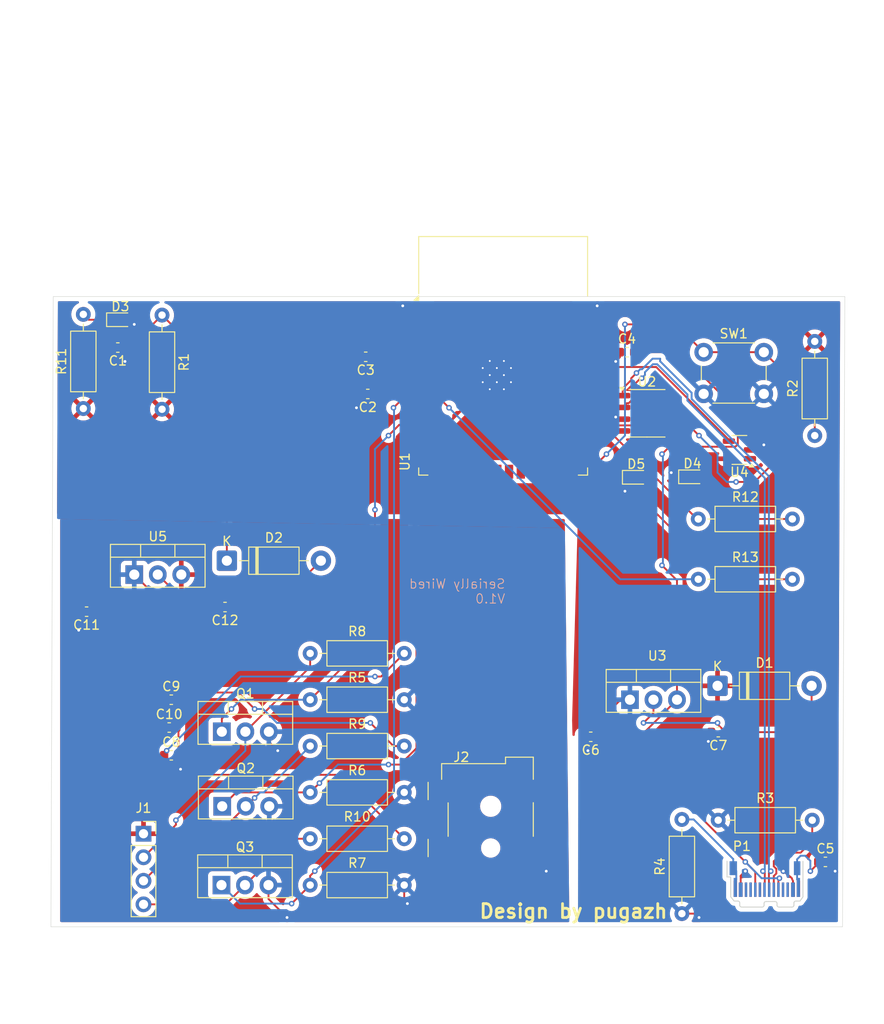
<source format=kicad_pcb>
(kicad_pcb (version 20241229) (generator "pcbnew") (generator_version "9.0")
  (layers (0 "F.Cu" signal) (2 "B.Cu" signal) (13 "F.Paste" user) (15 "B.Paste" user) (5 "F.SilkS" user "F.Silkscreen") (7 "B.SilkS" user "B.Silkscreen") (1 "F.Mask" user) (3 "B.Mask" user) (25 "Edge.Cuts" user))
  (net 0 "")
  (net 1 "EN")
  (net 2 "GND")
  (net 3 "3V")
  (net 4 "VBUS")
  (net 5 "Net-(P1-SHIELD)")
  (net 6 "Net-(D1-A)")
  (net 7 "Net-(C8-Pad1)")
  (net 8 "Net-(C9-Pad1)")
  (net 9 "Net-(C10-Pad1)")
  (net 10 "12V")
  (net 11 "Net-(D2-A)")
  (net 12 "Net-(D3-K)")
  (net 13 "Net-(D4-A)")
  (net 14 "Net-(D5-A)")
  (net 15 "Net-(J1-Pin_3)")
  (net 16 "Net-(J1-Pin_4)")
  (net 17 "Net-(J1-Pin_2)")
  (net 18 "D-")
  (net 19 "Net-(P1-CC)")
  (net 21 "D+")
  (net 22 "Red")
  (net 23 "Green")
  (net 24 "Blue")
  (net 25 "boot")
  (net 26 "Net-(U1-IO18)")
  (net 27 "Net-(U1-IO33)")
  (net 32 "TX")
  (net 42 "RX")
  (net 56 "Net-(U2-TXD)")
  (footprint "Connector_USB:USB_C_Plug_JAE_DX07P024AJ1" (layer "F.Cu") (at 174.1925 130.6525)
    (property "Reference" "P1")
    (property "Value" "USB_C_Plug_USB2.0")
    (fp_line (start -4.3 -1.93) (end -4.3 -0.2275) (stroke (width 0.1)) (layer "Edge.Cuts"))
    (fp_line (start -4.3 -0.2275) (end -3.9 -0.2275) (stroke (width 0.1)) (layer "Edge.Cuts"))
    (fp_line (start -3.9 1.9225) (end -3.9 -0.2275) (stroke (width 0.1)) (layer "Edge.Cuts"))
    (fp_line (start -3.53 2.3725) (end -3.9 1.9225) (stroke (width 0.1)) (layer "Edge.Cuts"))
    (fp_line (start -3.125 2.3725) (end -3.53 2.3725) (stroke (width 0.1)) (layer "Edge.Cuts"))
    (fp_line (start -2.925 2.8225) (end -2.925 2.5725) (stroke (width 0.1)) (layer "Edge.Cuts"))
    (fp_line (start -0.5 3.0225) (end -2.725 3.0225) (stroke (width 0.1)) (layer "Edge.Cuts"))
    (fp_line (start -0.3 2.6225) (end -0.3 2.8225) (stroke (width 0.1)) (layer "Edge.Cuts"))
    (fp_line (start -0.1 2.4225) (end 0.9 2.4225) (stroke (width 0.1)) (layer "Edge.Cuts"))
    (fp_line (start 1.1 2.8225) (end 1.1 2.6225) (stroke (width 0.1)) (layer "Edge.Cuts"))
    (fp_line (start 1.3 3.0225) (end 2.725 3.0225) (stroke (width 0.1)) (layer "Edge.Cuts"))
    (fp_line (start 2.925 2.8225) (end 2.925 2.5725) (stroke (width 0.1)) (layer "Edge.Cuts"))
    (fp_line (start 3.125 2.3725) (end 3.575 2.3725) (stroke (width 0.1)) (layer "Edge.Cuts"))
    (fp_line (start 3.575 2.3725) (end 3.9 1.9225) (stroke (width 0.1)) (layer "Edge.Cuts"))
    (fp_line (start 3.9 1.9225) (end 3.9 -1.9175) (stroke (width 0.1)) (layer "Edge.Cuts"))
    (fp_arc (start -3.125 2.3725) (mid -2.983579 2.431079) (end -2.925 2.5725) (stroke (width 0.1)) (layer "Edge.Cuts"))
    (fp_arc (start -2.725 3.0225) (mid -2.866421 2.963921) (end -2.925 2.8225) (stroke (width 0.1)) (layer "Edge.Cuts"))
    (fp_arc (start -0.3 2.6225) (mid -0.241421 2.481079) (end -0.1 2.4225) (stroke (width 0.1)) (layer "Edge.Cuts"))
    (fp_arc (start -0.3 2.8225) (mid -0.358579 2.963921) (end -0.5 3.0225) (stroke (width 0.1)) (layer "Edge.Cuts"))
    (fp_arc (start 0.9 2.4225) (mid 1.041421 2.481079) (end 1.1 2.6225) (stroke (width 0.1)) (layer "Edge.Cuts"))
    (fp_arc (start 1.3 3.0225) (mid 1.158579 2.963921) (end 1.1 2.8225) (stroke (width 0.1)) (layer "Edge.Cuts"))
    (fp_arc (start 2.925 2.5725) (mid 2.983579 2.431079) (end 3.125 2.3725) (stroke (width 0.1)) (layer "Edge.Cuts"))
    (fp_arc (start 2.925 2.8225) (mid 2.866421 2.963921) (end 2.725 3.0225) (stroke (width 0.1)) (layer "Edge.Cuts"))
  )
  (footprint "Capacitor_SMD:C_0603_1608Metric" (layer "F.Cu") (at 159.0925 73.8)
    (property "Reference" "C4")
    (property "Value" "100nf")
  )
  (footprint "Capacitor_SMD:C_0603_1608Metric" (layer "F.Cu") (at 100.7225 101.8 180)
    (property "Reference" "C11")
    (property "Value" "100nf")
  )
  (footprint "Resistor_THT:R_Axial_DIN0207_L6.3mm_D2.5mm_P10.16mm_Horizontal" (layer "F.Cu") (at 108.8675 69.8 -90)
    (property "Reference" "R1")
    (property "Value" "10k")
  )
  (footprint "Resistor_THT:R_Axial_DIN0207_L6.3mm_D2.5mm_P10.16mm_Horizontal" (layer "F.Cu") (at 124.8675 126.3)
    (property "Reference" "R10")
    (property "Value" "10k")
  )
  (footprint "Resistor_THT:R_Axial_DIN0207_L6.3mm_D2.5mm_P10.16mm_Horizontal" (layer "F.Cu") (at 166.7875 98.3)
    (property "Reference" "R13")
    (property "Value" "220")
  )
  (footprint "Resistor_THT:R_Axial_DIN0207_L6.3mm_D2.5mm_P10.16mm_Horizontal" (layer "F.Cu") (at 179.3675 82.8 90)
    (property "Reference" "R2")
    (property "Value" "10k")
  )
  (footprint "Resistor_THT:R_Axial_DIN0207_L6.3mm_D2.5mm_P10.16mm_Horizontal" (layer "F.Cu") (at 165.0175 134.38 90)
    (property "Reference" "R4")
    (property "Value" "1M")
  )
  (footprint "Capacitor_SMD:C_0603_1608Metric" (layer "F.Cu") (at 109.8675 111.3)
    (property "Reference" "C9")
    (property "Value" "100nf")
  )
  (footprint "Connector_PinSocket_2.54mm:PinSocket_1x04_P2.54mm_Vertical" (layer "F.Cu") (at 106.8675 125.76)
    (property "Reference" "J1")
    (property "Value" "Conn_01x04_Socket")
  )
  (footprint "Capacitor_SMD:C_0603_1608Metric" (layer "F.Cu") (at 131.0925 78.31 180)
    (property "Reference" "C2")
    (property "Value" "0.1uf")
  )
  (footprint "Resistor_THT:R_Axial_DIN0207_L6.3mm_D2.5mm_P10.16mm_Horizontal" (layer "F.Cu") (at 166.7875 91.8)
    (property "Reference" "R12")
    (property "Value" "220")
  )
  (footprint "Capacitor_SMD:C_0603_1608Metric" (layer "F.Cu") (at 168.9475 114.8 180)
    (property "Reference" "C7")
    (property "Value" "10uf")
  )
  (footprint "Button_Switch_THT:SW_PUSH_6mm_H5mm" (layer "F.Cu") (at 167.3675 73.8)
    (property "Reference" "SW1")
    (property "Value" "SW_Push")
  )
  (footprint "Resistor_THT:R_Axial_DIN0207_L6.3mm_D2.5mm_P10.16mm_Horizontal" (layer "F.Cu") (at 100.3675 79.88 90)
    (property "Reference" "R11")
    (property "Value" "220")
  )
  (footprint "Package_TO_SOT_THT:TO-220-3_Vertical" (layer "F.Cu") (at 159.4075 111.3)
    (property "Reference" "U3")
    (property "Value" "LD1117V33")
  )
  (footprint "Capacitor_SMD:C_0603_1608Metric" (layer "F.Cu") (at 109.8675 117.3)
    (property "Reference" "C8")
    (property "Value" "100nf")
  )
  (footprint "Resistor_THT:R_Axial_DIN0207_L6.3mm_D2.5mm_P10.16mm_Horizontal" (layer "F.Cu") (at 168.9375 124.3)
    (property "Reference" "R3")
    (property "Value" "5.1k")
  )
  (footprint "Capacitor_SMD:C_0603_1608Metric" (layer "F.Cu") (at 115.6725 101.3 180)
    (property "Reference" "C12")
    (property "Value" "10uf")
  )
  (footprint "Capacitor_SMD:C_0603_1608Metric" (layer "F.Cu") (at 104.0925 73.3 180)
    (property "Reference" "C1")
    (property "Value" "1uf")
  )
  (footprint "Capacitor_SMD:C_0603_1608Metric" (layer "F.Cu") (at 155.1725 115.3 180)
    (property "Reference" "C6")
    (property "Value" "100nf")
  )
  (footprint "Resistor_THT:R_Axial_DIN0207_L6.3mm_D2.5mm_P10.16mm_Horizontal" (layer "F.Cu") (at 124.8675 106.3)
    (property "Reference" "R8")
    (property "Value" "10k")
  )
  (footprint "Capacitor_SMD:C_0603_1608Metric" (layer "F.Cu") (at 109.6425 114.3)
    (property "Reference" "C10")
    (property "Value" "100nf")
  )
  (footprint "Connector_BarrelJack:BarrelJack_Wuerth_694108106102_2.5x5.5mm" (layer "F.Cu") (at 144.3675 124.225)
    (property "Reference" "J2")
    (property "Value" "Barrel_Jack")
  )
  (footprint "Diode_THT:D_DO-41_SOD81_P10.16mm_Horizontal" (layer "F.Cu") (at 115.8675 96.3)
    (property "Reference" "D2")
    (property "Value" "D_Schottky")
  )
  (footprint "LED_SMD:LED_0603_1608Metric" (layer "F.Cu") (at 104.3675 70.3)
    (property "Reference" "D3")
    (property "Value" "Green")
  )
  (footprint "Package_TO_SOT_THT:TO-220-3_Vertical" (layer "F.Cu") (at 115.3675 122.8)
    (property "Reference" "Q2")
    (property "Value" "IRLZ44N")
  )
  (footprint "Package_TO_SOT_THT:TO-220-3_Vertical" (layer "F.Cu") (at 115.3275 114.75)
    (property "Reference" "Q1")
    (property "Value" "IRLZ44N")
  )
  (footprint "Resistor_THT:R_Axial_DIN0207_L6.3mm_D2.5mm_P10.16mm_Horizontal" (layer "F.Cu") (at 124.8675 111.3)
    (property "Reference" "R5")
    (property "Value" "220")
  )
  (footprint "RF_Module:ESP32-WROOM-32" (layer "F.Cu") (at 145.71 77.185)
    (property "Reference" "U1")
    (property "Value" "ESP32-WROOM-32")
  )
  (footprint "Diode_THT:D_DO-41_SOD81_P10.16mm_Horizontal" (layer "F.Cu") (at 168.8675 109.8)
    (property "Reference" "D1")
    (property "Value" "D_Schottky")
  )
  (footprint "LED_SMD:LED_0603_1608Metric" (layer "F.Cu") (at 166.155 87.25)
    (property "Reference" "D4")
    (property "Value" "Blue")
  )
  (footprint "Capacitor_SMD:C_0603_1608Metric" (layer "F.Cu") (at 130.8675 74.3 180)
    (property "Reference" "C3")
    (property "Value" "0.1uf")
  )
  (footprint "Package_TO_SOT_THT:TO-220-3_Vertical" (layer "F.Cu") (at 105.8675 97.8)
    (property "Reference" "U5")
    (property "Value" "LD1117V33")
  )
  (footprint "Resistor_THT:R_Axial_DIN0207_L6.3mm_D2.5mm_P10.16mm_Horizontal" (layer "F.Cu") (at 124.8675 116.3)
    (property "Reference" "R9")
    (property "Value" "10k")
  )
  (footprint "Package_SO:SOP-8_3.9x4.9mm_P1.27mm" (layer "F.Cu") (at 161.2425 80.395)
    (property "Reference" "U2")
    (property "Value" "CH340N")
  )
  (footprint "Resistor_THT:R_Axial_DIN0207_L6.3mm_D2.5mm_P10.16mm_Horizontal" (layer "F.Cu") (at 124.8675 131.3)
    (property "Reference" "R7")
    (property "Value" "220")
  )
  (footprint "LED_SMD:LED_0603_1608Metric" (layer "F.Cu") (at 160.08 87.3)
    (property "Reference" "D5")
    (property "Value" "white")
  )
  (footprint "Capacitor_SMD:C_0603_1608Metric" (layer "F.Cu") (at 180.5175 128.8)
    (property "Reference" "C5")
    (property "Value" "100nf")
  )
  (footprint "Package_TO_SOT_SMD:SOT-23-5" (layer "F.Cu") (at 171.23 84.35 180)
    (property "Reference" "U4")
    (property "Value" "SN74LV1T34DBV")
  )
  (footprint "Package_TO_SOT_THT:TO-220-3_Vertical" (layer "F.Cu") (at 115.2875 131.3)
    (property "Reference" "Q3")
    (property "Value" "IRLZ44N")
  )
  (footprint "Resistor_THT:R_Axial_DIN0207_L6.3mm_D2.5mm_P10.16mm_Horizontal" (layer "F.Cu") (at 124.8675 121.3)
    (property "Reference" "R6")
    (property "Value" "220")
  )
  (gr_line (start 182.6175 67.8) (end 97.1175 67.8) (stroke (width 0.05)) (layer "Edge.Cuts"))
  (gr_line (start 97.1175 67.8) (end 96.8675 135.8) (stroke (width 0.05)) (layer "Edge.Cuts"))
  (gr_line (start 96.8675 135.8) (end 182.3675 135.8) (stroke (width 0.05)) (layer "Edge.Cuts"))
  (gr_line (start 182.3675 135.8) (end 182.6175 67.8) (stroke (width 0.05)) (layer "Edge.Cuts"))
  (gr_text "Design by pugazh" (at 143 135 0) (layer "F.SilkS") (effects (font (size 1.5 1.5) (thickness 0.3) (bold yes)) (justify left bottom)))
  (gr_text "Serially Wired\nV1.0\n" (at 146 101 0) (layer "B.SilkS") (effects (font (size 1 1) (thickness 0.1)) (justify left bottom mirror)))
  (segment (start 104.8175 71.8) (end 103.3175 73.3) (width 0.2) (layer "F.Cu") (net 1))
  (segment (start 108.8675 69.8) (end 106.8675 71.8) (width 0.2) (layer "F.Cu") (net 1))
  (segment (start 136.96 71.475) (end 110.5425 71.475) (width 0.2) (layer "F.Cu") (net 1))
  (segment (start 110.5425 71.475) (end 108.8675 69.8) (width 0.2) (layer "F.Cu") (net 1))
  (segment (start 106.8675 71.8) (end 104.8175 71.8) (width 0.2) (layer "F.Cu") (net 1))
  (segment (start 165.0175 134.38) (end 166.4475 134.38) (width 0.2) (layer "F.Cu") (net 2))
  (segment (start 149.8675 129.3) (end 150.3675 129.8) (width 0.2) (layer "F.Cu") (net 2))
  (segment (start 181.2925 128.8) (end 181.2925 129.326) (width 0.2) (layer "F.Cu") (net 2))
  (segment (start 149.8675 127.3) (end 149.8675 129.3) (width 0.2) (layer "F.Cu") (net 2))
  (segment (start 158.3975 111.3) (end 154.3975 115.3) (width 0.2) (layer "F.Cu") (net 2))
  (segment (start 173.8675 78.3) (end 172.3675 79.8) (width 0.2) (layer "F.Cu") (net 2))
  (segment (start 159.4075 111.3) (end 158.3975 111.3) (width 0.2) (layer "F.Cu") (net 2))
  (segment (start 130.3175 78.31) (end 130.3175 79.35) (width 0.2) (layer "F.Cu") (net 2))
  (segment (start 135.0025 68.935) (end 134.8675 68.8) (width 0.2) (layer "F.Cu") (net 2))
  (segment (start 105.3675 70.3) (end 105.8675 70.8) (width 0.2) (layer "F.Cu") (net 2))
  (segment (start 135.0275 132.96) (end 135.3675 133.3) (width 0.2) (layer "F.Cu") (net 2))
  (segment (start 155.7325 68.935) (end 155.8675 68.8) (width 0.2) (layer "F.Cu") (net 2))
  (segment (start 159.2925 87.3) (end 159.2925 88.375) (width 0.2) (layer "F.Cu") (net 2))
  (segment (start 110.6425 117.3) (end 110.6425 118.575) (width 0.2) (layer "F.Cu") (net 2))
  (segment (start 130.0925 74.3) (end 130.0925 78.085) (width 0.2) (layer "F.Cu") (net 2))
  (segment (start 164.3175 87.25) (end 163.8675 86.8) (width 0.2) (layer "F.Cu") (net 2))
  (segment (start 135.0275 131.3) (end 135.0275 132.96) (width 0.2) (layer "F.Cu") (net 2))
  (segment (start 172.3675 83.4) (end 173.4675 83.4) (width 0.2) (layer "F.Cu") (net 2))
  (segment (start 99.9475 101.8) (end 99.9475 103.72) (width 0.2) (layer "F.Cu") (net 2))
  (segment (start 105.155 70.3) (end 105.3675 70.3) (width 0.2) (layer "F.Cu") (net 2))
  (segment (start 165.3675 87.25) (end 164.3175 87.25) (width 0.2) (layer "F.Cu") (net 2))
  (segment (start 166.4475 134.38) (end 166.8675 134.8) (width 0.2) (layer "F.Cu") (net 2))
  (segment (start 158.3175 73.8) (end 158.3175 74.35) (width 0.2) (layer "F.Cu") (net 2))
  (segment (start 158.3175 74.35) (end 157.8675 74.8) (width 0.2) (layer "F.Cu") (net 2))
  (segment (start 105.8675 97.8) (end 109.3675 101.3) (width 0.2) (layer "F.Cu") (net 2))
  (segment (start 171.3675 130.3) (end 171.8675 129.8) (width 0.2) (layer "F.Cu") (net 2))
  (segment (start 110.6425 118.575) (end 110.8675 118.8) (width 0.2) (layer "F.Cu") (net 2))
  (segment (start 181.2925 129.525) (end 181.5675 129.8) (width 0.2) (layer "F.Cu") (net 2))
  (segment (start 105.8675 97.8) (end 103.9475 97.8) (width 0.2) (layer "F.Cu") (net 2))
  (segment (start 175.970062 129.8) (end 176.8675 130.524998) (width 0.2) (layer "F.Cu") (net 2))
  (segment (start 154.3975 115.3) (end 154.3975 116.33) (width 0.2) (layer "F.Cu") (net 2))
  (segment (start 120.3675 131.3) (end 120.3675 132.8) (width 0.2) (layer "F.Cu") (net 2))
  (segment (start 104.8675 73.3) (end 104.8675 74.8) (width 0.2) (layer "F.Cu") (net 2))
  (segment (start 158.0975 81.03) (end 157.8675 80.8) (width 0.2) (layer "F.Cu") (net 2))
  (segment (start 168.1725 114.8) (end 168.1725 115.495) (width 0.2) (layer "F.Cu") (net 2))
  (segment (start 103.9475 97.8) (end 99.9475 101.8) (width 0.2) (layer "F.Cu") (net 2))
  (segment (start 136.96 68.935) (end 135.0025 68.935) (width 0.2) (layer "F.Cu") (net 2))
  (segment (start 177.0175 130.868) (end 177.0175 131.8) (width 0.2) (layer "F.Cu") (net 2))
  (segment (start 181.2925 128.8) (end 181.2925 129.525) (width 0.2) (layer "F.Cu") (net 2))
  (segment (start 171.3675 131.8) (end 171.3675 130.3) (width 0.2) (layer "F.Cu") (net 2))
  (segment (start 173.4675 83.4) (end 173.8675 83.8) (width 0.2) (layer "F.Cu") (net 2))
  (segment (start 168.1725 115.495) (end 167.8675 115.8) (width 0.2) (layer "F.Cu") (net 2))
  (segment (start 140 81.305) (end 143.505 77.8) (width 0.2) (layer "F.Cu") (net 2))
  (segment (start 120.4075 115.84) (end 121.3675 116.8) (width 0.2) (layer "F.Cu") (net 2))
  (segment (start 110.6425 111.3) (end 110.6425 117.3) (width 0.2) (layer "F.Cu") (net 2))
  (segment (start 158.6175 81.03) (end 158.0975 81.03) (width 0.2) (layer "F.Cu") (net 2))
  (segment (start 159.2925 88.375) (end 158.8675 88.8) (width 0.2) (layer "F.Cu") (net 2))
  (segment (start 140 86.695) (end 140 81.305) (width 0.2) (layer "F.Cu") (net 2))
  (segment (start 130.3175 79.35) (end 129.8675 79.8) (width 0.2) (layer "F.Cu") (net 2))
  (segment (start 154.3975 116.33) (end 154.8675 116.8) (width 0.2) (layer "F.Cu") (net 2))
  (segment (start 172.3675 79.8) (end 172.3675 83.4) (width 0.2) (layer "F.Cu") (net 2))
  (segment (start 154.46 68.935) (end 155.7325 68.935) (width 0.2) (layer "F.Cu") (net 2))
  (segment (start 130.0925 78.085) (end 130.3175 78.31) (width 0.2) (layer "F.Cu") (net 2))
  (segment (start 99.9475 103.72) (end 99.8675 103.8) (width 0.2) (layer "F.Cu") (net 2))
  (segment (start 109.3675 101.3) (end 114.8975 101.3) (width 0.2) (layer "F.Cu") (net 2))
  (segment (start 181.2925 129.326) (end 181.7665 129.8) (width 0.2) (layer "F.Cu") (net 2))
  (segment (start 176.8675 130.524998) (end 177.0175 130.868) (width 0.2) (layer "F.Cu") (net 2))
  (segment (start 120.4075 114.75) (end 120.4075 115.84) (width 0.2) (layer "F.Cu") (net 2))
  (segment (start 120.3675 132.8) (end 122.3675 134.8) (width 0.2) (layer "F.Cu") (net 2))
  (via (at 158.8675 88.8) (size 0.6) (drill 0.3) (layers "F.Cu" "B.Cu") (net 2))
  (via (at 166.8675 134.8) (size 0.6) (drill 0.3) (layers "F.Cu" "B.Cu") (net 2))
  (via (at 134.8675 68.8) (size 0.6) (drill 0.3) (layers "F.Cu" "B.Cu") (net 2))
  (via (at 150.3675 129.8) (size 0.6) (drill 0.3) (layers "F.Cu" "B.Cu") (net 2))
  (via (at 171.8675 129.8) (size 0.6) (drill 0.3) (layers "F.Cu" "B.Cu") (net 2))
  (via (at 135.3675 133.3) (size 0.6) (drill 0.3) (layers "F.Cu" "B.Cu") (net 2))
  (via (at 157.8675 80.8) (size 0.6) (drill 0.3) (layers "F.Cu" "B.Cu") (net 2))
  (via (at 157.8675 74.8) (size 0.6) (drill 0.3) (layers "F.Cu" "B.Cu") (net 2))
  (via (at 175.970062 129.8) (size 0.6) (drill 0.3) (layers "F.Cu" "B.Cu") (net 2))
  (via (at 167.8675 115.8) (size 0.6) (drill 0.3) (layers "F.Cu" "B.Cu") (net 2))
  (via (at 155.8675 68.8) (size 0.6) (drill 0.3) (layers "F.Cu" "B.Cu") (net 2))
  (via (at 163.8675 86.8) (size 0.6) (drill 0.3) (layers "F.Cu" "B.Cu") (net 2))
  (via (at 173.8675 83.8) (size 0.6) (drill 0.3) (layers "F.Cu" "B.Cu") (net 2))
  (via (at 110.8675 118.8) (size 0.6) (drill 0.3) (layers "F.Cu" "B.Cu") (net 2))
  (via (at 181.5675 129.8) (size 0.6) (drill 0.3) (layers "F.Cu" "B.Cu") (net 2))
  (via (at 154.8675 116.8) (size 0.6) (drill 0.3) (layers "F.Cu" "B.Cu") (net 2))
  (via (at 105.8675 70.8) (size 0.6) (drill 0.3) (layers "F.Cu" "B.Cu") (net 2))
  (via (at 99.8675 103.8) (size 0.6) (drill 0.3) (layers "F.Cu" "B.Cu") (net 2))
  (via (at 122.3675 134.8) (size 0.6) (drill 0.3) (layers "F.Cu" "B.Cu") (net 2))
  (via (at 129.8675 79.8) (size 0.6) (drill 0.3) (layers "F.Cu" "B.Cu") (net 2))
  (via (at 104.8675 74.8) (size 0.6) (drill 0.3) (layers "F.Cu" "B.Cu") (net 2))
  (via (at 121.3675 116.8) (size 0.6) (drill 0.3) (layers "F.Cu" "B.Cu") (net 2))
  (segment (start 115.8675 86.96) (end 108.8675 79.96) (width 0.2) (layer "F.Cu") (net 3))
  (segment (start 115.8675 96.3) (end 115.8675 86.96) (width 0.2) (layer "F.Cu") (net 3))
  (segment (start 163.8675 82.3) (end 165.5685 84.001) (width 0.2) (layer "F.Cu") (net 4))
  (segment (start 160.4875 117.42) (end 160.4875 115.3) (width 0.2) (layer "F.Cu") (net 4))
  (segment (start 160.4875 115.3) (end 164.4875 111.3) (width 0.2) (layer "F.Cu") (net 4))
  (segment (start 172.9425 131.8) (end 172.9425 129.875) (width 0.2) (layer "F.Cu") (net 4))
  (segment (start 164.4875 98.42) (end 164.4875 111.3) (width 0.2) (layer "F.Cu") (net 4))
  (segment (start 172.9425 129.875) (end 171.8675 128.8) (width 0.2) (layer "F.Cu") (net 4))
  (segment (start 165.5685 84.001) (end 170.795968 84.001) (width 0.2) (layer "F.Cu") (net 4))
  (segment (start 163.8675 82.3) (end 163.8675 83.8) (width 0.2) (layer "F.Cu") (net 4))
  (segment (start 171.8675 128.8) (end 160.4875 117.42) (width 0.2) (layer "F.Cu") (net 4))
  (segment (start 171.056 80.148608) (end 164.707392 73.8) (width 0.2) (layer "F.Cu") (net 4))
  (segment (start 175.4425 130.673472) (end 175.552802 130.56317) (width 0.2) (layer "F.Cu") (net 4))
  (segment (start 170.795968 84.001) (end 171.056 83.740968) (width 0.2) (layer "F.Cu") (net 4))
  (segment (start 163.8675 83.8) (end 162.8675 84.8) (width 0.2) (layer "F.Cu") (net 4))
  (segment (start 171.056 83.740968) (end 171.056 80.148608) (width 0.2) (layer "F.Cu") (net 4))
  (segment (start 155.9475 115.3) (end 160.4875 115.3) (width 0.2) (layer "F.Cu") (net 4))
  (segment (start 162.8675 96.8) (end 164.4875 98.42) (width 0.2) (layer "F.Cu") (net 4))
  (segment (start 164.707392 73.8) (end 159.8675 73.8) (width 0.2) (layer "F.Cu") (net 4))
  (segment (start 175.4425 131.8) (end 175.4425 130.673472) (width 0.2) (layer "F.Cu") (net 4))
  (via (at 162.8675 84.8) (size 0.6) (drill 0.3) (layers "F.Cu" "B.Cu") (net 4))
  (via (at 175.552802 130.56317) (size 0.6) (drill 0.3) (layers "F.Cu" "B.Cu") (net 4))
  (via (at 162.8675 96.8) (size 0.6) (drill 0.3) (layers "F.Cu" "B.Cu") (net 4))
  (via (at 171.8675 128.8) (size 0.6) (drill 0.3) (layers "F.Cu" "B.Cu") (net 4))
  (segment (start 175.552802 130.56317) (end 173.63067 130.56317) (width 0.2) (layer "B.Cu") (net 4))
  (segment (start 162.9665 96.701) (end 162.8675 96.8) (width 0.2) (layer "B.Cu") (net 4))
  (segment (start 173.63067 130.56317) (end 171.8675 128.8) (width 0.2) (layer "B.Cu") (net 4))
  (segment (start 162.9665 84.899) (end 162.9665 96.701) (width 0.2) (layer "B.Cu") (net 4))
  (segment (start 162.8675 84.8) (end 162.9665 84.899) (width 0.2) (layer "B.Cu") (net 4))
  (segment (start 179.7425 128.8) (end 179.7425 128.95) (width 0.2) (layer "F.Cu") (net 5))
  (segment (start 179.7425 128.95) (end 178.8925 129.8) (width 0.2) (layer "F.Cu") (net 5))
  (via (at 178.8925 129.8) (size 0.6) (drill 0.3) (layers "F.Cu" "B.Cu") (net 5))
  (segment (start 178.8925 129.8) (end 178.8925 128.685058) (width 0.2) (layer "B.Cu") (net 5))
  (segment (start 166.2875 124.22) (end 165.0175 124.22) (width 0.2) (layer "B.Cu") (net 5))
  (segment (start 170.5675 128.5) (end 166.2875 124.22) (width 0.2) (layer "B.Cu") (net 5))
  (segment (start 170.5675 129.48) (end 170.8935 129.806) (width 0.2) (layer "B.Cu") (net 5))
  (segment (start 178.8925 128.685058) (end 178.341442 128.134) (width 0.2) (layer "B.Cu") (net 5))
  (segment (start 170.8935 129.806) (end 170.8935 130.724) (width 0.2) (layer "B.Cu") (net 5))
  (segment (start 177.4625 129.48) (end 177.4625 130.695) (width 0.2) (layer "B.Cu") (net 5))
  (segment (start 177.4625 130.695) (end 177.4915 130.724) (width 0.2) (layer "B.Cu") (net 5))
  (segment (start 170.5675 129.48) (end 170.5675 128.5) (width 0.2) (layer "B.Cu") (net 5))
  (segment (start 178.341442 128.134) (end 177.843558 128.134) (width 0.2) (layer "B.Cu") (net 5))
  (segment (start 177.843558 128.134) (end 177.4625 128.515058) (width 0.2) (layer "B.Cu") (net 5))
  (segment (start 177.4625 128.515058) (end 177.4625 129.48) (width 0.2) (layer "B.Cu") (net 5))
  (segment (start 175.8675 114.8) (end 169.7225 114.8) (width 0.2) (layer "F.Cu") (net 6))
  (segment (start 161.9475 111.3) (end 161.9475 112.72) (width 0.2) (layer "F.Cu") (net 6))
  (segment (start 179.0275 109.8) (end 179.0275 111.64) (width 0.2) (layer "F.Cu") (net 6))
  (segment (start 168.8675 113.945) (end 169.7225 114.8) (width 0.2) (layer "F.Cu") (net 6))
  (segment (start 179.0275 111.64) (end 175.8675 114.8) (width 0.2) (layer "F.Cu") (net 6))
  (segment (start 161.9475 112.72) (end 160.8675 113.8) (width 0.2) (layer "F.Cu") (net 6))
  (segment (start 168.8675 113.8) (end 168.8675 113.945) (width 0.2) (layer "F.Cu") (net 6))
  (via (at 168.8675 113.8) (size 0.6) (drill 0.3) (layers "F.Cu" "B.Cu") (net 6))
  (via (at 160.8675 113.8) (size 0.6) (drill 0.3) (layers "F.Cu" "B.Cu") (net 6))
  (segment (start 160.8675 113.8) (end 168.8675 113.8) (width 0.2) (layer "B.Cu") (net 6))
  (segment (start 132.5275 108.8) (end 135.0275 106.3) (width 0.2) (layer "F.Cu") (net 7))
  (segment (start 131.8675 108.8) (end 132.5275 108.8) (width 0.2) (layer "F.Cu") (net 7))
  (segment (start 109.0925 117.3) (end 109.0925 117.075) (width 0.2) (layer "F.Cu") (net 7))
  (segment (start 109.0925 117.075) (end 109.3675 116.8) (width 0.2) (layer "F.Cu") (net 7))
  (via (at 131.8675 108.8) (size 0.6) (drill 0.3) (layers "F.Cu" "B.Cu") (net 7))
  (via (at 109.3675 116.8) (size 0.6) (drill 0.3) (layers "F.Cu" "B.Cu") (net 7))
  (segment (start 109.3675 116.8) (end 117.3675 108.8) (width 0.2) (layer "B.Cu") (net 7))
  (segment (start 117.3675 108.8) (end 131.8675 108.8) (width 0.2) (layer "B.Cu") (net 7))
  (segment (start 109.0925 111.3) (end 109.8685 110.524) (width 0.2) (layer "F.Cu") (net 8))
  (segment (start 109.8685 110.524) (end 117.0915 110.524) (width 0.2) (layer "F.Cu") (net 8))
  (segment (start 133.8675 116.3) (end 135.0275 116.3) (width 0.2) (layer "F.Cu") (net 8))
  (segment (start 117.0915 110.524) (end 118.8675 112.3) (width 0.2) (layer "F.Cu") (net 8))
  (segment (start 131.3675 113.8) (end 133.8675 116.3) (width 0.2) (layer "F.Cu") (net 8))
  (via (at 131.3675 113.8) (size 0.6) (drill 0.3) (layers "F.Cu" "B.Cu") (net 8))
  (via (at 118.8675 112.3) (size 0.6) (drill 0.3) (layers "F.Cu" "B.Cu") (net 8))
  (segment (start 118.8675 112.3) (end 119.777717 112.3) (width 0.2) (layer "B.Cu") (net 8))
  (segment (start 121.277717 113.8) (end 131.3675 113.8) (width 0.2) (layer "B.Cu") (net 8))
  (segment (start 119.777717 112.3) (end 121.277717 113.8) (width 0.2) (layer "B.Cu") (net 8))
  (segment (start 135.0275 126.3) (end 128.1285 119.401) (width 0.2) (layer "F.Cu") (net 9))
  (segment (start 128.1285 119.401) (end 109.96839 119.401) (width 0.2) (layer "F.Cu") (net 9))
  (segment (start 108.3415 114.826) (end 108.8675 114.3) (width 0.2) (layer "F.Cu") (net 9))
  (segment (start 109.96839 119.401) (end 108.3415 117.77411) (width 0.2) (layer "F.Cu") (net 9))
  (segment (start 108.3415 117.77411) (end 108.3415 114.826) (width 0.2) (layer "F.Cu") (net 9))
  (segment (start 115.6715 100.524) (end 116.4475 101.3) (width 0.2) (layer "F.Cu") (net 11))
  (segment (start 111.1315 100.524) (end 115.6715 100.524) (width 0.2) (layer "F.Cu") (net 11))
  (segment (start 108.4075 97.8) (end 111.1315 100.524) (width 0.2) (layer "F.Cu") (net 11))
  (segment (start 116.4475 101.3) (end 121.0275 101.3) (width 0.2) (layer "F.Cu") (net 11))
  (segment (start 121.0275 101.3) (end 126.0275 96.3) (width 0.2) (layer "F.Cu") (net 11))
  (segment (start 100.9475 70.3) (end 100.3675 69.72) (width 0.2) (layer "F.Cu") (net 12))
  (segment (start 103.58 70.3) (end 100.9475 70.3) (width 0.2) (layer "F.Cu") (net 12))
  (segment (start 176.9475 91.8) (end 171.4925 91.8) (width 0.2) (layer "F.Cu") (net 13))
  (segment (start 171.4925 91.8) (end 166.9425 87.25) (width 0.2) (layer "F.Cu") (net 13))
  (segment (start 169.3675 98.3) (end 160.8675 89.8) (width 0.2) (layer "F.Cu") (net 14))
  (segment (start 176.9475 98.3) (end 169.3675 98.3) (width 0.2) (layer "F.Cu") (net 14))
  (segment (start 160.8675 89.8) (end 160.8675 87.3) (width 0.2) (layer "F.Cu") (net 14))
  (segment (start 114.3675 126.34) (end 117.9075 122.8) (width 0.2) (layer "F.Cu") (net 15))
  (segment (start 117.9075 122.8) (end 117.9675 122.8) (width 0.2) (layer "F.Cu") (net 15))
  (segment (start 110.4075 127.3) (end 113.3675 127.3) (width 0.2) (layer "F.Cu") (net 15))
  (segment (start 113.3675 127.3) (end 114.3675 126.34) (width 0.2) (layer "F.Cu") (net 15))
  (segment (start 106.8675 130.84) (end 110.4075 127.3) (width 0.2) (layer "F.Cu") (net 15))
  (segment (start 117.9675 122.8) (end 118.8675 121.9) (width 0.2) (layer "F.Cu") (net 15))
  (via (at 118.8675 121.9) (size 0.6) (drill 0.3) (layers "F.Cu" "B.Cu") (net 15))
  (segment (start 119.4675 121.3) (end 119.8675 121.3) (width 0.2) (layer "B.Cu") (net 15))
  (segment (start 118.8675 121.9) (end 119.4675 121.3) (width 0.2) (layer "B.Cu") (net 15))
  (segment (start 119.8675 121.3) (end 124.8675 116.3) (width 0.2) (layer "B.Cu") (net 15))
  (segment (start 122.8275 126.3) (end 117.8275 131.3) (width 0.2) (layer "F.Cu") (net 16))
  (segment (start 124.8675 126.3) (end 122.8275 126.3) (width 0.2) (layer "F.Cu") (net 16))
  (segment (start 106.8675 133.38) (end 115.7475 133.38) (width 0.2) (layer "F.Cu") (net 16))
  (segment (start 115.7475 133.38) (end 117.8275 131.3) (width 0.2) (layer "F.Cu") (net 16))
  (segment (start 124.8675 107.75) (end 117.8675 114.75) (width 0.2) (layer "F.Cu") (net 17))
  (segment (start 124.8675 106.3) (end 124.8675 107.75) (width 0.2) (layer "F.Cu") (net 17))
  (segment (start 106.8675 128.3) (end 110.3675 124.8) (width 0.2) (layer "F.Cu") (net 17))
  (segment (start 110.3675 124.8) (end 110.3675 124.3) (width 0.2) (layer "F.Cu") (net 17))
  (via (at 110.3675 124.3) (size 0.6) (drill 0.3) (layers "F.Cu" "B.Cu") (net 17))
  (segment (start 117.8675 116.8) (end 117.8675 114.75) (width 0.2) (layer "B.Cu") (net 17))
  (segment (start 110.3675 124.3) (end 117.8675 116.8) (width 0.2) (layer "B.Cu") (net 17))
  (segment (start 159.096698 77.889) (end 159.483468 77.889) (width 0.2) (layer "F.Cu") (net 18))
  (segment (start 160.556607 76.610622) (end 159.867229 77.3) (width 0.2) (layer "F.Cu") (net 18))
  (segment (start 159.685698 77.3) (end 159.096698 77.889) (width 0.2) (layer "F.Cu") (net 18))
  (segment (start 159.7435 78.830968) (end 159.264468 79.31) (width 0.2) (layer "F.Cu") (net 18))
  (segment (start 159.0675 79.31) (end 158.6175 79.76) (width 0.2) (layer "F.Cu") (net 18))
  (segment (start 159.867229 77.3) (end 159.685698 77.3) (width 0.2) (layer "F.Cu") (net 18))
  (segment (start 173.967499 131.775001) (end 173.967499 129.999999) (width 0.2) (layer "F.Cu") (net 18))
  (segment (start 173.9425 131.8) (end 173.967499 131.775001) (width 0.2) (layer "F.Cu") (net 18))
  (segment (start 173.967499 129.999999) (end 173.7675 129.8) (width 0.2) (layer "F.Cu") (net 18))
  (segment (start 159.264468 79.31) (end 159.0675 79.31) (width 0.2) (layer "F.Cu") (net 18))
  (segment (start 159.483468 77.889) (end 159.7435 78.149032) (width 0.2) (layer "F.Cu") (net 18))
  (segment (start 160.678122 76.610622) (end 160.556607 76.610622) (width 0.2) (layer "F.Cu") (net 18))
  (segment (start 159.7435 78.149032) (end 159.7435 78.830968) (width 0.2) (layer "F.Cu") (net 18))
  (via (at 173.7675 129.8) (size 0.6) (drill 0.3) (layers "F.Cu" "B.Cu") (net 18))
  (via (at 160.678122 76.610622) (size 0.6) (drill 0.3) (layers "F.Cu" "B.Cu") (net 18))
  (segment (start 162.349822 75.100521) (end 165.61652 78.367219) (width 0.2) (layer "B.Cu") (net 18))
  (segment (start 165.61652 79.02528) (end 173.967499 87.376259) (width 0.2) (layer "B.Cu") (net 18))
  (segment (start 161.026599 75.959099) (end 161.885177 75.100521) (width 0.2) (layer "B.Cu") (net 18))
  (segment (start 160.678122 76.610622) (end 161.026599 76.262144) (width 0.2) (layer "B.Cu") (net 18))
  (segment (start 161.885177 75.100521) (end 162.349822 75.100521) (width 0.2) (layer "B.Cu") (net 18))
  (segment (start 173.967499 87.376259) (end 173.967499 129.600001) (width 0.2) (layer "B.Cu") (net 18))
  (segment (start 165.61652 78.367219) (end 165.61652 79.02528) (width 0.2) (layer "B.Cu") (net 18))
  (segment (start 161.026599 76.262144) (end 161.026599 75.959099) (width 0.2) (layer "B.Cu") (net 18))
  (segment (start 173.967499 129.600001) (end 173.7675 129.8) (width 0.2) (layer "B.Cu") (net 18))
  (segment (start 174.9425 130.324943) (end 175.2185 130.048943) (width 0.2) (layer "F.Cu") (net 19))
  (segment (start 174.9425 128.725) (end 175.8675 127.8) (width 0.2) (layer "F.Cu") (net 19))
  (segment (start 175.2185 129.551057) (end 174.9425 129.275057) (width 0.2) (layer "F.Cu") (net 19))
  (segment (start 175.2185 130.048943) (end 175.2185 129.551057) (width 0.2) (layer "F.Cu") (net 19))
  (segment (start 174.9425 131.8) (end 174.9425 130.324943) (width 0.2) (layer "F.Cu") (net 19))
  (segment (start 174.9425 129.275057) (end 174.9425 128.725) (width 0.2) (layer "F.Cu") (net 19))
  (segment (start 177.845117 127.8) (end 179.0975 126.547617) (width 0.2) (layer "F.Cu") (net 19))
  (segment (start 175.8675 127.8) (end 177.845117 127.8) (width 0.2) (layer "F.Cu") (net 19))
  (segment (start 179.0975 126.547617) (end 179.0975 124.3) (width 0.2) (layer "F.Cu") (net 19))
  (segment (start 158.6175 77.731802) (end 158.6175 78.49) (width 0.2) (layer "F.Cu") (net 21))
  (segment (start 160.112435 76.044935) (end 159.549302 76.608068) (width 0.2) (layer "F.Cu") (net 21))
  (segment (start 159.549302 76.608068) (end 159.549302 76.8) (width 0.2) (layer "F.Cu") (net 21))
  (segment (start 159.549302 76.8) (end 158.6175 77.731802) (width 0.2) (layer "F.Cu") (net 21))
  (segment (start 174.4425 131.8) (end 174.417501 131.775001) (width 0.2) (layer "F.Cu") (net 21))
  (segment (start 174.417501 129.999999) (end 174.6175 129.8) (width 0.2) (layer "F.Cu") (net 21))
  (segment (start 174.417501 131.775001) (end 174.417501 129.999999) (width 0.2) (layer "F.Cu") (net 21))
  (via (at 160.112435 76.044935) (size 0.6) (drill 0.3) (layers "F.Cu" "B.Cu") (net 21))
  (via (at 174.6175 129.8) (size 0.6) (drill 0.3) (layers "F.Cu" "B.Cu") (net 21))
  (segment (start 162.668021 74.782322) (end 166.0665 78.180801) (width 0.2) (layer "B.Cu") (net 21))
  (segment (start 166.0665 78.838892) (end 174.417501 87.189893) (width 0.2) (layer "B.Cu") (net 21))
  (segment (start 174.417501 87.189893) (end 174.417501 129.600001) (width 0.2) (layer "B.Cu") (net 21))
  (segment (start 174.417501 129.600001) (end 174.6175 129.8) (width 0.2) (layer "B.Cu") (net 21))
  (segment (start 162.668021 74.499479) (end 162.668021 74.782322) (width 0.2) (layer "B.Cu") (net 21))
  (segment (start 160.112435 76.044935) (end 160.51647 75.640901) (width 0.2) (layer "B.Cu") (net 21))
  (segment (start 160.708401 75.640901) (end 161.849823 74.499479) (width 0.2) (layer "B.Cu") (net 21))
  (segment (start 161.849823 74.499479) (end 162.668021 74.499479) (width 0.2) (layer "B.Cu") (net 21))
  (segment (start 166.0665 78.180801) (end 166.0665 78.838892) (width 0.2) (layer "B.Cu") (net 21))
  (segment (start 160.51647 75.640901) (end 160.708401 75.640901) (width 0.2) (layer "B.Cu") (net 21))
  (segment (start 115.3275 114.75) (end 115.3275 113.34) (width 0.2) (layer "F.Cu") (net 22))
  (segment (start 134.4915 81.635) (end 136.96 81.635) (width 0.2) (layer "F.Cu") (net 22))
  (segment (start 131.8675 104.3) (end 131.8675 90.8) (width 0.2) (layer "F.Cu") (net 22))
  (segment (start 124.8675 111.3) (end 131.8675 104.3) (width 0.2) (layer "F.Cu") (net 22))
  (segment (start 133.3265 82.8) (end 134.4915 81.635) (width 0.2) (layer "F.Cu") (net 22))
  (segment (start 115.3275 113.34) (end 116.3675 112.3) (width 0.2) (layer "F.Cu") (net 22))
  (via (at 131.8675 90.8) (size 0.6) (drill 0.3) (layers "F.Cu" "B.Cu") (net 22))
  (via (at 133.3265 82.8) (size 0.6) (drill 0.3) (layers "F.Cu" "B.Cu") (net 22))
  (via (at 116.3675 112.3) (size 0.6) (drill 0.3) (layers "F.Cu" "B.Cu") (net 22))
  (segment (start 117.3675 111.3) (end 124.8675 111.3) (width 0.2) (layer "B.Cu") (net 22))
  (segment (start 116.3675 112.3) (end 117.3675 111.3) (width 0.2) (layer "B.Cu") (net 22))
  (segment (start 131.8675 84.259) (end 133.3265 82.8) (width 0.2) (layer "B.Cu") (net 22))
  (segment (start 131.8675 90.8) (end 131.8675 84.259) (width 0.2) (layer "B.Cu") (net 22))
  (segment (start 124.8675 121.3) (end 116.8675 121.3) (width 0.2) (layer "F.Cu") (net 23))
  (segment (start 133.3265 118.3) (end 134.58455 118.3) (width 0.2) (layer "F.Cu") (net 23))
  (segment (start 136.348 94.2805) (end 135.8675 91.3) (width 0.2) (layer "F.Cu") (net 23))
  (segment (start 135.8675 91.3) (end 135.7625 82.905) (width 0.2) (layer "F.Cu") (net 23))
  (segment (start 134.58455 118.3) (end 136.348 116.53655) (width 0.2) (layer "F.Cu") (net 23))
  (segment (start 116.8675 121.3) (end 115.3675 122.8) (width 0.2) (layer "F.Cu") (net 23))
  (segment (start 136.348 116.53655) (end 136.348 94.2805) (width 0.2) (layer "F.Cu") (net 23))
  (segment (start 124.8675 121.3) (end 125.8675 120.3) (width 0.2) (layer "F.Cu") (net 23))
  (segment (start 135.7625 82.905) (end 136.96 82.905) (width 0.2) (layer "F.Cu") (net 23))
  (via (at 133.3265 118.3) (size 0.6) (drill 0.3) (layers "F.Cu" "B.Cu") (net 23))
  (via (at 125.8675 120.3) (size 0.6) (drill 0.3) (layers "F.Cu" "B.Cu") (net 23))
  (segment (start 125.8675 120.3) (end 127.8675 118.3) (width 0.2) (layer "B.Cu") (net 23))
  (segment (start 127.8675 118.3) (end 133.3265 118.3) (width 0.2) (layer "B.Cu") (net 23))
  (segment (start 135.8425 77.825) (end 136.96 77.825) (width 0.2) (layer "F.Cu") (net 24))
  (segment (start 124.8675 130.3) (end 125.3675 129.8) (width 0.2) (layer "F.Cu") (net 24))
  (segment (start 124.8675 131.3) (end 124.8675 130.3) (width 0.2) (layer "F.Cu") (net 24))
  (segment (start 133.8675 79.8) (end 135.8425 77.825) (width 0.2) (layer "F.Cu") (net 24))
  (segment (start 124.8675 131.3) (end 122.8675 133.3) (width 0.2) (layer "F.Cu") (net 24))
  (via (at 133.8675 79.8) (size 0.6) (drill 0.3) (layers "F.Cu" "B.Cu") (net 24))
  (via (at 122.8675 133.3) (size 0.6) (drill 0.3) (layers "F.Cu" "B.Cu") (net 24))
  (via (at 125.3675 129.8) (size 0.6) (drill 0.3) (layers "F.Cu" "B.Cu") (net 24))
  (segment (start 125.3675 129.8) (end 133.9265 121.241) (width 0.2) (layer "B.Cu") (net 24))
  (segment (start 117.2875 133.3) (end 115.2875 131.3) (width 0.2) (layer "B.Cu") (net 24))
  (segment (start 133.9265 121.241) (end 133.9265 79.859) (width 0.2) (layer "B.Cu") (net 24))
  (segment (start 133.9265 79.859) (end 133.8675 79.8) (width 0.2) (layer "B.Cu") (net 24))
  (segment (start 122.8675 133.3) (end 117.2875 133.3) (width 0.2) (layer "B.Cu") (net 24))
  (segment (start 173.8675 73.8) (end 167.3675 73.8) (width 0.2) (layer "F.Cu") (net 25))
  (segment (start 156.8675 84.8) (end 156.2225 85.445) (width 0.2) (layer "F.Cu") (net 25))
  (segment (start 179.3675 79.3) (end 173.8675 73.8) (width 0.2) (layer "F.Cu") (net 25))
  (segment (start 156.2225 85.445) (end 154.46 85.445) (width 0.2) (layer "F.Cu") (net 25))
  (segment (start 179.3675 82.8) (end 179.3675 79.3) (width 0.2) (layer "F.Cu") (net 25))
  (segment (start 164.3675 70.8) (end 158.8675 70.8) (width 0.2) (layer "F.Cu") (net 25))
  (segment (start 167.3675 73.8) (end 164.3675 70.8) (width 0.2) (layer "F.Cu") (net 25))
  (via (at 158.8675 70.8) (size 0.6) (drill 0.3) (layers "F.Cu" "B.Cu") (net 25))
  (via (at 156.8675 84.8) (size 0.6) (drill 0.3) (layers "F.Cu" "B.Cu") (net 25))
  (segment (start 158.8675 82.8) (end 156.8675 84.8) (width 0.2) (layer "B.Cu") (net 25))
  (segment (start 158.8675 70.8) (end 158.8675 82.8) (width 0.2) (layer "B.Cu") (net 25))
  (segment (start 155.511 80.660468) (end 155.511 79.614) (width 0.2) (layer "F.Cu") (net 26))
  (segment (start 166.650532 91.8) (end 155.511 80.660468) (width 0.2) (layer "F.Cu") (net 26))
  (segment (start 154.992 79.095) (end 154.46 79.095) (width 0.2) (layer "F.Cu") (net 26))
  (segment (start 155.511 79.614) (end 154.992 79.095) (width 0.2) (layer "F.Cu") (net 26))
  (segment (start 166.7875 91.8) (end 166.650532 91.8) (width 0.2) (layer "F.Cu") (net 26))
  (segment (start 139.1625 79.095) (end 139.8675 79.8) (width 0.2) (layer "F.Cu") (net 27))
  (segment (start 136.96 79.095) (end 139.1625 79.095) (width 0.2) (layer "F.Cu") (net 27))
  (via (at 139.8675 79.8) (size 0.6) (drill 0.3) (layers "F.Cu" "B.Cu") (net 27))
  (segment (start 139.8675 79.8) (end 158.3675 98.3) (width 0.2) (layer "B.Cu") (net 27))
  (segment (start 158.3675 98.3) (end 166.7875 98.3) (width 0.2) (layer "B.Cu") (net 27))
  (segment (start 162.245468 75.401) (end 170.0925 83.248032) (width 0.2) (layer "F.Cu") (net 32))
  (segment (start 170.0925 83.248032) (end 170.0925 83.4) (width 0.2) (layer "F.Cu") (net 32))
  (segment (start 154.927202 72.745) (end 157.583202 75.401) (width 0.2) (layer "F.Cu") (net 32))
  (segment (start 157.583202 75.401) (end 162.245468 75.401) (width 0.2) (layer "F.Cu") (net 32))
  (segment (start 154.46 72.745) (end 154.927202 72.745) (width 0.2) (layer "F.Cu") (net 32))
  (segment (start 155.912 79.791468) (end 157.819532 81.699) (width 0.2) (layer "F.Cu") (net 42))
  (segment (start 155.41 74.015) (end 155.912 74.517) (width 0.2) (layer "F.Cu") (net 42))
  (segment (start 155.912 74.517) (end 155.912 79.791468) (width 0.2) (layer "F.Cu") (net 42))
  (segment (start 161.731532 81.699) (end 163.670532 79.76) (width 0.2) (layer "F.Cu") (net 42))
  (segment (start 154.46 74.015) (end 155.41 74.015) (width 0.2) (layer "F.Cu") (net 42))
  (segment (start 157.819532 81.699) (end 161.731532 81.699) (width 0.2) (layer "F.Cu") (net 42))
  (segment (start 163.670532 79.76) (end 163.8675 79.76) (width 0.2) (layer "F.Cu") (net 42))
  (segment (start 163.8675 81.03) (end 165.0975 81.03) (width 0.2) (layer "F.Cu") (net 56))
  (segment (start 173.029999 84.35) (end 172.3675 84.35) (width 0.2) (layer "F.Cu") (net 56))
  (segment (start 165.0975 81.03) (end 166.8675 82.8) (width 0.2) (layer "F.Cu") (net 56))
  (segment (start 172.8675 87.8) (end 174.479999 86.187501) (width 0.2) (layer "F.Cu") (net 56))
  (segment (start 174.479999 86.187501) (end 174.479999 85.8) (width 0.2) (layer "F.Cu") (net 56))
  (segment (start 174.479999 85.8) (end 173.029999 84.35) (width 0.2) (layer "F.Cu") (net 56))
  (segment (start 170.8675 87.8) (end 172.8675 87.8) (width 0.2) (layer "F.Cu") (net 56))
  (via (at 166.8675 82.8) (size 0.6) (drill 0.3) (layers "F.Cu" "B.Cu") (net 56))
  (via (at 170.8675 87.8) (size 0.6) (drill 0.3) (layers "F.Cu" "B.Cu") (net 56))
  (segment (start 169.8675 87.8) (end 170.8675 87.8) (width 0.2) (layer "B.Cu") (net 56))
  (segment (start 166.8675 82.8) (end 168.8675 84.8) (width 0.2) (layer "B.Cu") (net 56))
  (segment (start 168.8675 86.8) (end 169.8675 87.8) (width 0.2) (layer "B.Cu") (net 56))
  (segment (start 168.8675 84.8) (end 168.8675 86.8) (width 0.2) (layer "B.Cu") (net 56))
  (zone (net 10) (net_name "12V") (layer "F.Cu") (priority 1) (connect_pads (clearance 0.5)) (min_thickness 0.25) (fill yes (thermal_gap 0.5) (thermal_bridge_width 0.5))
    (polygon (pts (xy 97.8675 91.8) (xy 97.8675 136.3) (xy 152.8675 135.8) (xy 152.3675 91.8)))
  )
  (zone (net 2) (net_name "GND") (layer "F.Cu") (connect_pads (clearance 0.5)) (min_thickness 0.25) (fill yes (thermal_gap 0.5) (thermal_bridge_width 0.5))
    (polygon (pts (xy 91.8675 35.8) (xy 91.3675 146.3) (xy 186.8675 145.3) (xy 186.8675 35.8)))
  )
  (zone (net 3) (net_name "3V") (layer "F.Cu") (priority 3) (connect_pads (clearance 0.5)) (min_thickness 0.25) (fill yes (thermal_gap 0.5) (thermal_bridge_width 0.5))
    (polygon (pts (xy 97.2775 67.16) (xy 97.2775 91.29) (xy 153.7925 91.29) (xy 153.1575 113.515) (xy 153.7925 137.645) (xy 184.2725 137.645) (xy 184.2725 64.62)))
  )
  (zone (net 2) (net_name "GND") (layer "B.Cu") (priority 4) (connect_pads (clearance 0.5)) (min_thickness 0.25) (fill yes (thermal_gap 0.5) (thermal_bridge_width 0.5))
    (polygon (pts (xy 96.8675 65.8) (xy 96.8675 91.8) (xy 153.8675 92.8) (xy 153.7925 137.645) (xy 184.2725 137.645) (xy 184.8675 61.8) (xy 97.2775 67.16)))
  )
  (zone (net 2) (net_name "GND") (layer "B.Cu") (priority 2) (connect_pads (clearance 0.5)) (min_thickness 0.25) (fill yes (thermal_gap 0.5) (thermal_bridge_width 0.5))
    (polygon (pts (xy 97.8675 91.8) (xy 97.8675 136.3) (xy 152.8675 135.8) (xy 152.3675 91.8)))
  )
)
</source>
